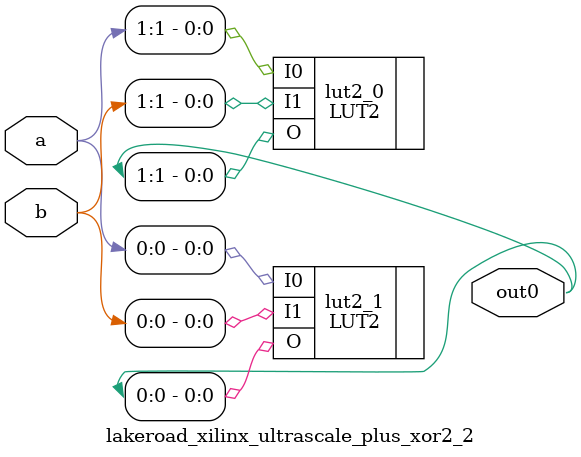
<source format=v>
/* Generated by Yosys 0.19 (git sha1 a45c131b37c, clang 13.1.6 -fPIC -Os) */

module lakeroad_xilinx_ultrascale_plus_xor2_2(a, b, out0);
  input [1:0] a;
  wire [1:0] a;
  input [1:0] b;
  wire [1:0] b;
  output [1:0] out0;
  wire [1:0] out0;
  LUT2 #(
    .INIT(4'h6)
  ) lut2_0 (
    .I0(a[1]),
    .I1(b[1]),
    .O(out0[1])
  );
  LUT2 #(
    .INIT(4'h6)
  ) lut2_1 (
    .I0(a[0]),
    .I1(b[0]),
    .O(out0[0])
  );
endmodule


</source>
